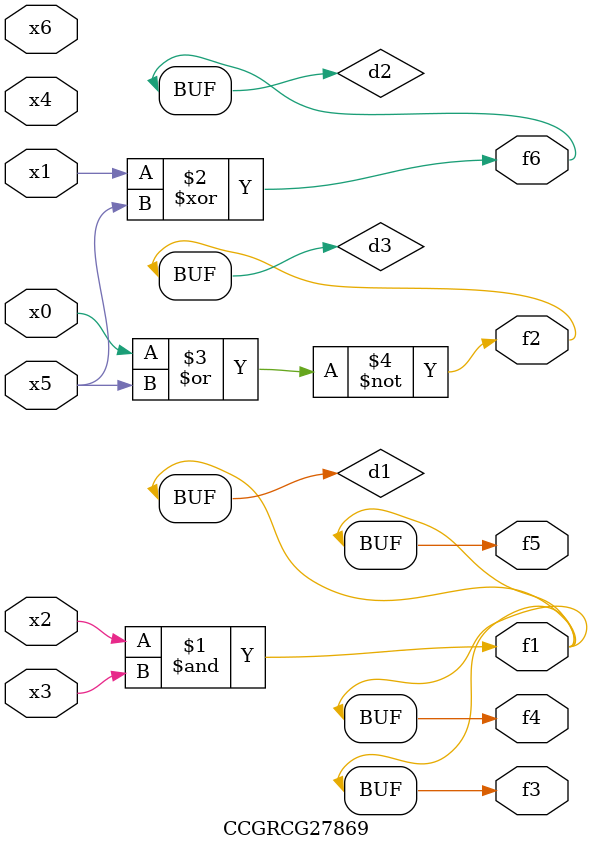
<source format=v>
module CCGRCG27869(
	input x0, x1, x2, x3, x4, x5, x6,
	output f1, f2, f3, f4, f5, f6
);

	wire d1, d2, d3;

	and (d1, x2, x3);
	xor (d2, x1, x5);
	nor (d3, x0, x5);
	assign f1 = d1;
	assign f2 = d3;
	assign f3 = d1;
	assign f4 = d1;
	assign f5 = d1;
	assign f6 = d2;
endmodule

</source>
